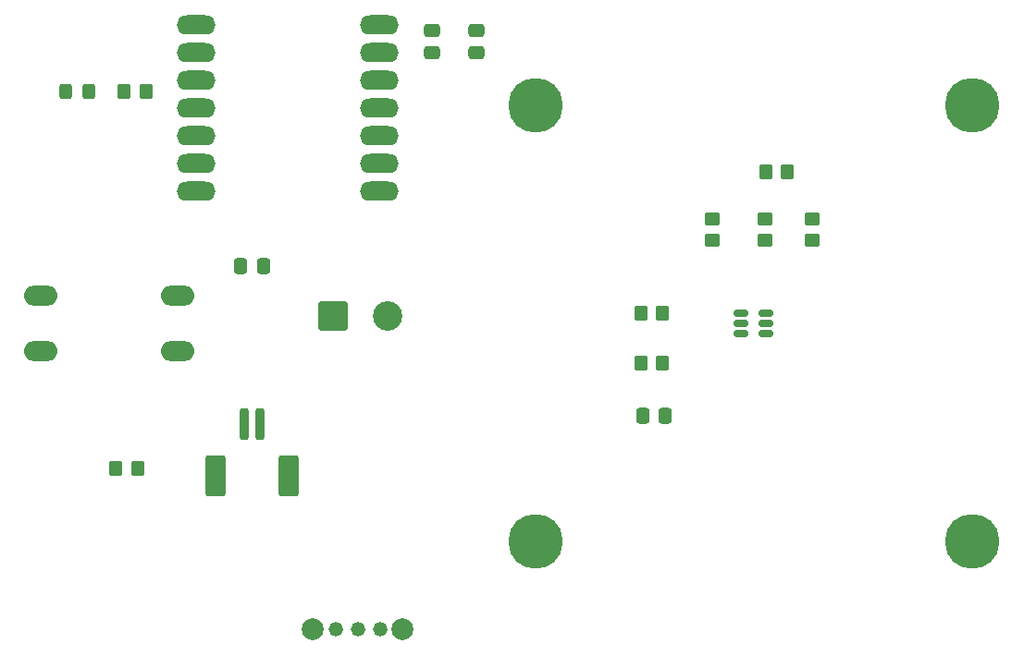
<source format=gbr>
%TF.GenerationSoftware,KiCad,Pcbnew,7.0.9*%
%TF.CreationDate,2024-02-04T13:50:24-08:00*%
%TF.ProjectId,Sensing Device,53656e73-696e-4672-9044-65766963652e,rev?*%
%TF.SameCoordinates,Original*%
%TF.FileFunction,Soldermask,Top*%
%TF.FilePolarity,Negative*%
%FSLAX46Y46*%
G04 Gerber Fmt 4.6, Leading zero omitted, Abs format (unit mm)*
G04 Created by KiCad (PCBNEW 7.0.9) date 2024-02-04 13:50:24*
%MOMM*%
%LPD*%
G01*
G04 APERTURE LIST*
G04 Aperture macros list*
%AMRoundRect*
0 Rectangle with rounded corners*
0 $1 Rounding radius*
0 $2 $3 $4 $5 $6 $7 $8 $9 X,Y pos of 4 corners*
0 Add a 4 corners polygon primitive as box body*
4,1,4,$2,$3,$4,$5,$6,$7,$8,$9,$2,$3,0*
0 Add four circle primitives for the rounded corners*
1,1,$1+$1,$2,$3*
1,1,$1+$1,$4,$5*
1,1,$1+$1,$6,$7*
1,1,$1+$1,$8,$9*
0 Add four rect primitives between the rounded corners*
20,1,$1+$1,$2,$3,$4,$5,0*
20,1,$1+$1,$4,$5,$6,$7,0*
20,1,$1+$1,$6,$7,$8,$9,0*
20,1,$1+$1,$8,$9,$2,$3,0*%
G04 Aperture macros list end*
%ADD10O,3.556000X1.778000*%
%ADD11RoundRect,0.250001X-1.099999X-1.099999X1.099999X-1.099999X1.099999X1.099999X-1.099999X1.099999X0*%
%ADD12C,2.700000*%
%ADD13RoundRect,0.150000X-0.512500X-0.150000X0.512500X-0.150000X0.512500X0.150000X-0.512500X0.150000X0*%
%ADD14O,3.048000X1.850000*%
%ADD15RoundRect,0.250000X0.337500X0.475000X-0.337500X0.475000X-0.337500X-0.475000X0.337500X-0.475000X0*%
%ADD16RoundRect,0.250000X-0.350000X-0.450000X0.350000X-0.450000X0.350000X0.450000X-0.350000X0.450000X0*%
%ADD17RoundRect,0.250000X0.450000X-0.350000X0.450000X0.350000X-0.450000X0.350000X-0.450000X-0.350000X0*%
%ADD18RoundRect,0.250000X0.475000X-0.337500X0.475000X0.337500X-0.475000X0.337500X-0.475000X-0.337500X0*%
%ADD19RoundRect,0.200000X-0.200000X-1.250000X0.200000X-1.250000X0.200000X1.250000X-0.200000X1.250000X0*%
%ADD20RoundRect,0.250000X-0.650000X-1.650000X0.650000X-1.650000X0.650000X1.650000X-0.650000X1.650000X0*%
%ADD21C,1.320800*%
%ADD22C,2.006600*%
%ADD23RoundRect,0.250000X-0.450000X0.350000X-0.450000X-0.350000X0.450000X-0.350000X0.450000X0.350000X0*%
%ADD24RoundRect,0.250000X0.350000X0.450000X-0.350000X0.450000X-0.350000X-0.450000X0.350000X-0.450000X0*%
%ADD25C,5.000000*%
%ADD26RoundRect,0.250000X0.325000X0.450000X-0.325000X0.450000X-0.325000X-0.450000X0.325000X-0.450000X0*%
G04 APERTURE END LIST*
D10*
%TO.C,U1*%
X78994000Y-42672000D03*
X78994000Y-45212000D03*
X78994000Y-47752000D03*
X78994000Y-50292000D03*
X78994000Y-52832000D03*
X78994000Y-55372000D03*
X78994000Y-57912000D03*
X95758000Y-42672000D03*
X95758000Y-45212000D03*
X95758000Y-47752000D03*
X95758000Y-50292000D03*
X95758000Y-52832000D03*
X95758000Y-55372000D03*
X95758000Y-57912000D03*
%TD*%
D11*
%TO.C,J1*%
X91520000Y-69342000D03*
D12*
X96520000Y-69342000D03*
%TD*%
D13*
%TO.C,U2*%
X128862500Y-69050000D03*
X128862500Y-70000000D03*
X128862500Y-70950000D03*
X131137500Y-70950000D03*
X131137500Y-70000000D03*
X131137500Y-69050000D03*
%TD*%
D14*
%TO.C,SW1*%
X64760000Y-67500000D03*
X77260000Y-67500000D03*
X64760000Y-72500000D03*
X77260000Y-72500000D03*
%TD*%
D15*
%TO.C,C4*%
X85133000Y-64770000D03*
X83058000Y-64770000D03*
%TD*%
D16*
%TO.C,R7*%
X119666000Y-69088000D03*
X121666000Y-69088000D03*
%TD*%
D17*
%TO.C,R5*%
X135382000Y-62415400D03*
X135382000Y-60415400D03*
%TD*%
D18*
%TO.C,C3*%
X100584000Y-45212000D03*
X100584000Y-43137000D03*
%TD*%
D19*
%TO.C,BT1*%
X83324000Y-79245000D03*
X84824000Y-79245000D03*
D20*
X80724000Y-83945000D03*
X87424000Y-83945000D03*
%TD*%
D21*
%TO.C,SW2*%
X91764099Y-98044000D03*
X93764100Y-98044000D03*
X95764101Y-98044000D03*
D22*
X89662000Y-98044000D03*
X97866200Y-98044000D03*
%TD*%
D16*
%TO.C,R8*%
X119666000Y-73660000D03*
X121666000Y-73660000D03*
%TD*%
D23*
%TO.C,R3*%
X126238000Y-60415400D03*
X126238000Y-62415400D03*
%TD*%
D16*
%TO.C,R1*%
X71628000Y-83312000D03*
X73628000Y-83312000D03*
%TD*%
D15*
%TO.C,C1*%
X121920000Y-78486000D03*
X119845000Y-78486000D03*
%TD*%
D24*
%TO.C,R6*%
X133080000Y-56134000D03*
X131080000Y-56134000D03*
%TD*%
D16*
%TO.C,R2*%
X72390000Y-48768000D03*
X74390000Y-48768000D03*
%TD*%
D17*
%TO.C,R4*%
X131064000Y-62415400D03*
X131064000Y-60415400D03*
%TD*%
D25*
%TO.C,J2*%
X110000000Y-50000000D03*
X150000000Y-50000000D03*
X110000000Y-90000000D03*
X150000000Y-90000000D03*
%TD*%
D26*
%TO.C,D1*%
X69097000Y-48768000D03*
X67047000Y-48768000D03*
%TD*%
D18*
%TO.C,C2*%
X104648000Y-45212000D03*
X104648000Y-43137000D03*
%TD*%
M02*

</source>
